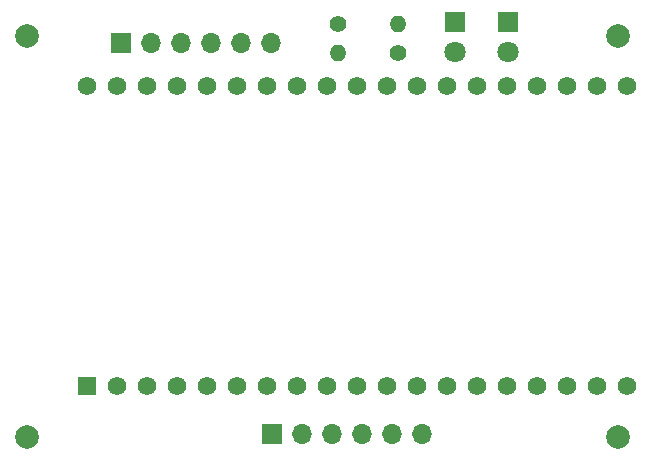
<source format=gts>
G04 #@! TF.GenerationSoftware,KiCad,Pcbnew,6.0.6-3a73a75311~116~ubuntu20.04.1*
G04 #@! TF.CreationDate,2022-07-12T00:27:28+03:00*
G04 #@! TF.ProjectId,weather_station_village,77656174-6865-4725-9f73-746174696f6e,rev?*
G04 #@! TF.SameCoordinates,Original*
G04 #@! TF.FileFunction,Soldermask,Top*
G04 #@! TF.FilePolarity,Negative*
%FSLAX46Y46*%
G04 Gerber Fmt 4.6, Leading zero omitted, Abs format (unit mm)*
G04 Created by KiCad (PCBNEW 6.0.6-3a73a75311~116~ubuntu20.04.1) date 2022-07-12 00:27:28*
%MOMM*%
%LPD*%
G01*
G04 APERTURE LIST*
%ADD10C,2.000000*%
%ADD11R,1.700000X1.700000*%
%ADD12O,1.700000X1.700000*%
%ADD13R,1.560000X1.560000*%
%ADD14C,1.560000*%
%ADD15C,1.400000*%
%ADD16O,1.400000X1.400000*%
%ADD17R,1.800000X1.800000*%
%ADD18C,1.800000*%
G04 APERTURE END LIST*
D10*
X-29000000Y17000000D03*
D11*
X-8250000Y-16750000D03*
D12*
X-5710000Y-16750000D03*
X-3170000Y-16750000D03*
X-630000Y-16750000D03*
X1910000Y-16750000D03*
X4450000Y-16750000D03*
D10*
X-29000000Y-17000000D03*
X21000000Y17000000D03*
D13*
X-23960000Y-12700000D03*
D14*
X-21420000Y-12700000D03*
X-18880000Y-12700000D03*
X-16340000Y-12700000D03*
X-13800000Y-12700000D03*
X-11260000Y-12700000D03*
X-8720000Y-12700000D03*
X-6180000Y-12700000D03*
X-3640000Y-12700000D03*
X-1100000Y-12700000D03*
X1440000Y-12700000D03*
X3980000Y-12700000D03*
X6520000Y-12700000D03*
X9060000Y-12700000D03*
X11600000Y-12700000D03*
X14140000Y-12700000D03*
X16680000Y-12700000D03*
X19220000Y-12700000D03*
X21760000Y-12700000D03*
X-23960000Y12700000D03*
X-21420000Y12700000D03*
X-18880000Y12700000D03*
X-16340000Y12700000D03*
X-13800000Y12700000D03*
X-11260000Y12700000D03*
X-8720000Y12700000D03*
X-6180000Y12700000D03*
X-3640000Y12700000D03*
X-1100000Y12700000D03*
X1440000Y12700000D03*
X3980000Y12700000D03*
X6520000Y12700000D03*
X9060000Y12700000D03*
X11600000Y12700000D03*
X14140000Y12700000D03*
X16680000Y12700000D03*
X19220000Y12700000D03*
X21760000Y12700000D03*
D10*
X21000000Y-17000000D03*
D15*
X2380000Y15500000D03*
D16*
X-2700000Y15500000D03*
D17*
X11680000Y18175000D03*
D18*
X11680000Y15635000D03*
D11*
X-21050000Y16400000D03*
D12*
X-18510000Y16400000D03*
X-15970000Y16400000D03*
X-13430000Y16400000D03*
X-10890000Y16400000D03*
X-8350000Y16400000D03*
D15*
X-2700000Y18000000D03*
D16*
X2380000Y18000000D03*
D17*
X7180000Y18175000D03*
D18*
X7180000Y15635000D03*
M02*

</source>
